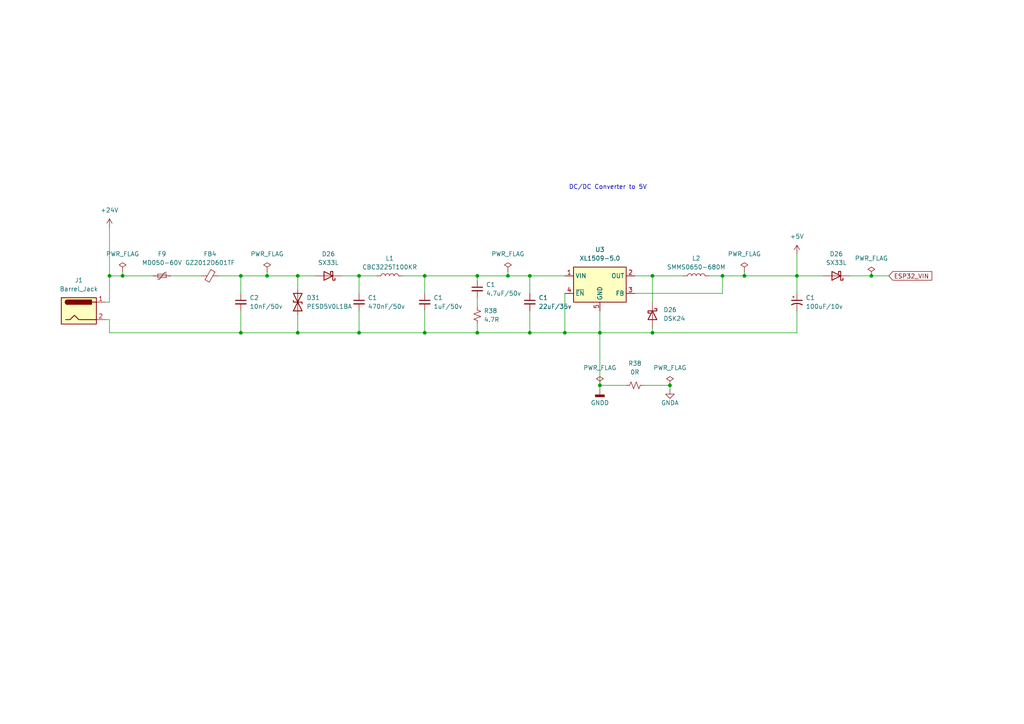
<source format=kicad_sch>
(kicad_sch (version 20230121) (generator eeschema)
  (paper "A4")
  (lib_symbols
    (symbol "Connector:Barrel_Jack" (pin_names (offset 1.016))
      (property "Reference" "J" (at 0 5.334 0))
      (property "Value" "Barrel_Jack" (at 0 -5.08 0))
      (symbol "Barrel_Jack_0_1"
        (rectangle (start -5.08 3.81) (end 5.08 -3.81) (stroke (width 0.254)) (fill (type background)))
        (arc (start -3.302 3.175) (mid -3.9343 2.54) (end -3.302 1.905) (stroke (width 0.254)))
        (arc (start -3.302 3.175) (mid -3.9343 2.54) (end -3.302 1.905) (stroke (width 0.254)) (fill (type outline)))
        (polyline (pts (xy 5.08 2.54) (xy 3.81 2.54)) (stroke (width 0.254)))
        (polyline (pts (xy -3.81 -2.54) (xy -2.54 -2.54) (xy -1.27 -1.27) (xy 0 -2.54) (xy 2.54 -2.54) (xy 5.08 -2.54)) (stroke (width 0.254)))
        (rectangle (start 3.683 3.175) (end -3.302 1.905) (stroke (width 0.254)) (fill (type outline)))
      )
      (symbol "Barrel_Jack_1_1"
        (pin passive line (at 7.62 2.54 180) (length 2.54) (name "~") (number "1"))
        (pin passive line (at 7.62 -2.54 180) (length 2.54) (name "~") (number "2"))
      )
    )
    (symbol "Device:C_Polarized_Small_US" (pin_numbers hide) (pin_names (offset 0.254) hide)
      (property "Reference" "C" (at 0.254 1.778 0))
      (property "Value" "C_Polarized_Small_US" (at 0.254 -2.032 0))
      (symbol "C_Polarized_Small_US_0_1"
        (polyline (pts (xy -1.524 0.508) (xy 1.524 0.508)) (stroke (width 0.3048)))
        (polyline (pts (xy -1.27 1.524) (xy -0.762 1.524)))
        (polyline (pts (xy -1.016 1.27) (xy -1.016 1.778)))
        (arc (start 1.524 -0.762) (mid 0 -0.3734) (end -1.524 -0.762) (stroke (width 0.3048)))
      )
      (symbol "C_Polarized_Small_US_1_1"
        (pin passive line (at 0 2.54 270) (length 2.032) (name "~") (number "1"))
        (pin passive line (at 0 -2.54 90) (length 2.032) (name "~") (number "2"))
      )
    )
    (symbol "Device:C_Small" (pin_numbers hide) (pin_names (offset 0.254) hide)
      (property "Reference" "C" (at 0.254 1.778 0))
      (property "Value" "C_Small" (at 0.254 -2.032 0))
      (symbol "C_Small_0_1"
        (polyline (pts (xy -1.524 -0.508) (xy 1.524 -0.508)) (stroke (width 0.3302)))
        (polyline (pts (xy -1.524 0.508) (xy 1.524 0.508)) (stroke (width 0.3048)))
      )
      (symbol "C_Small_1_1"
        (pin passive line (at 0 2.54 270) (length 2.032) (name "~") (number "1"))
        (pin passive line (at 0 -2.54 90) (length 2.032) (name "~") (number "2"))
      )
    )
    (symbol "Device:D_Schottky" (pin_numbers hide) (pin_names (offset 1.016) hide)
      (property "Reference" "D" (at 0 2.54 0))
      (property "Value" "D_Schottky" (at 0 -2.54 0))
      (symbol "D_Schottky_0_1"
        (polyline (pts (xy 1.27 0) (xy -1.27 0)))
        (polyline (pts (xy 1.27 1.27) (xy 1.27 -1.27) (xy -1.27 0) (xy 1.27 1.27)) (stroke (width 0.254)))
        (polyline (pts (xy -1.905 0.635) (xy -1.905 1.27) (xy -1.27 1.27) (xy -1.27 -1.27) (xy -0.635 -1.27) (xy -0.635 -0.635)) (stroke (width 0.254)))
      )
      (symbol "D_Schottky_1_1"
        (pin passive line (at -3.81 0 0) (length 2.54) (name "K") (number "1"))
        (pin passive line (at 3.81 0 180) (length 2.54) (name "A") (number "2"))
      )
    )
    (symbol "Device:D_TVS" (pin_numbers hide) (pin_names (offset 1.016) hide)
      (property "Reference" "D" (at 0 2.54 0))
      (property "Value" "D_TVS" (at 0 -2.54 0))
      (symbol "D_TVS_0_1"
        (polyline (pts (xy 1.27 0) (xy -1.27 0)))
        (polyline (pts (xy 0.508 1.27) (xy 0 1.27) (xy 0 -1.27) (xy -0.508 -1.27)) (stroke (width 0.254)))
        (polyline (pts (xy -2.54 1.27) (xy -2.54 -1.27) (xy 2.54 1.27) (xy 2.54 -1.27) (xy -2.54 1.27)) (stroke (width 0.254)))
      )
      (symbol "D_TVS_1_1"
        (pin passive line (at -3.81 0 0) (length 2.54) (name "A1") (number "1"))
        (pin passive line (at 3.81 0 180) (length 2.54) (name "A2") (number "2"))
      )
    )
    (symbol "Device:FerriteBead_Small" (pin_numbers hide) (pin_names (offset 0))
      (property "Reference" "FB" (at 1.905 1.27 0))
      (property "Value" "FerriteBead_Small" (at 1.905 -1.27 0))
      (symbol "FerriteBead_Small_0_1"
        (polyline (pts (xy 0 -1.27) (xy 0 -0.7874)))
        (polyline (pts (xy 0 0.889) (xy 0 1.2954)))
        (polyline (pts (xy -1.8288 0.2794) (xy -1.1176 1.4986) (xy 1.8288 -0.2032) (xy 1.1176 -1.4224) (xy -1.8288 0.2794)))
      )
      (symbol "FerriteBead_Small_1_1"
        (pin passive line (at 0 2.54 270) (length 1.27) (name "~") (number "1"))
        (pin passive line (at 0 -2.54 90) (length 1.27) (name "~") (number "2"))
      )
    )
    (symbol "Device:L" (pin_numbers hide) (pin_names (offset 1.016) hide)
      (property "Reference" "L" (at -1.27 0 90))
      (property "Value" "L" (at 1.905 0 90))
      (symbol "L_0_1"
        (arc (start 0 -2.54) (mid 0.6323 -1.905) (end 0 -1.27))
        (arc (start 0 -1.27) (mid 0.6323 -0.635) (end 0 0))
        (arc (start 0 0) (mid 0.6323 0.635) (end 0 1.27))
        (arc (start 0 1.27) (mid 0.6323 1.905) (end 0 2.54))
      )
      (symbol "L_1_1"
        (pin passive line (at 0 3.81 270) (length 1.27) (name "1") (number "1"))
        (pin passive line (at 0 -3.81 90) (length 1.27) (name "2") (number "2"))
      )
    )
    (symbol "Device:Polyfuse_Small" (pin_numbers hide) (pin_names (offset 0))
      (property "Reference" "F" (at -1.905 0 90))
      (property "Value" "Polyfuse_Small" (at 1.905 0 90))
      (symbol "Polyfuse_Small_0_1"
        (rectangle (start -0.508 1.27) (end 0.508 -1.27))
        (polyline (pts (xy 0 2.54) (xy 0 -2.54)))
        (polyline (pts (xy -1.016 1.27) (xy -1.016 0.762) (xy 1.016 -0.762) (xy 1.016 -1.27)))
      )
      (symbol "Polyfuse_Small_1_1"
        (pin passive line (at 0 2.54 270) (length 0.635) (name "~") (number "1"))
        (pin passive line (at 0 -2.54 90) (length 0.635) (name "~") (number "2"))
      )
    )
    (symbol "Device:R_Small_US" (pin_numbers hide) (pin_names (offset 0.254) hide)
      (property "Reference" "R" (at 0.762 0.508 0))
      (property "Value" "R_Small_US" (at 0.762 -1.016 0))
      (symbol "R_Small_US_1_1"
        (polyline (pts (xy 0 0) (xy 1.016 -0.381) (xy 0 -0.762) (xy -1.016 -1.143) (xy 0 -1.524)))
        (polyline (pts (xy 0 1.524) (xy 1.016 1.143) (xy 0 0.762) (xy -1.016 0.381) (xy 0 0)))
        (pin passive line (at 0 2.54 270) (length 1.016) (name "~") (number "1"))
        (pin passive line (at 0 -2.54 90) (length 1.016) (name "~") (number "2"))
      )
    )
    (symbol "Regulator_Switching:XL1509-5.0"
      (property "Reference" "U" (at -7.112 6.096 0))
      (property "Value" "XL1509-5.0" (at 5.842 6.096 0))
      (symbol "XL1509-5.0_0_1"
        (rectangle (start -7.62 5.08) (end 7.62 -5.08) (stroke (width 0.254)) (fill (type background)))
      )
      (symbol "XL1509-5.0_1_1"
        (pin power_in line (at -10.16 2.54 0) (length 2.54) (name "VIN") (number "1"))
        (pin power_out line (at 10.16 2.54 180) (length 2.54) (name "OUT") (number "2"))
        (pin input line (at 10.16 -2.54 180) (length 2.54) (name "FB") (number "3"))
        (pin input line (at -10.16 -2.54 0) (length 2.54) (name "~{EN}") (number "4"))
        (pin power_in line (at 0 -7.62 90) (length 2.54) (name "GND") (number "5"))
        (pin passive line (at 0 -7.62 90) (length 2.54) hide (name "GND") (number "6"))
        (pin passive line (at 0 -7.62 90) (length 2.54) hide (name "GND") (number "7"))
        (pin passive line (at 0 -7.62 90) (length 2.54) hide (name "GND") (number "8"))
      )
    )
    (symbol "power:+24V" (power) (pin_names (offset 0))
      (property "Value" "+24V" (at 0 3.556 0))
      (symbol "+24V_0_1"
        (polyline (pts (xy -0.762 1.27) (xy 0 2.54)))
        (polyline (pts (xy 0 0) (xy 0 2.54)))
        (polyline (pts (xy 0 2.54) (xy 0.762 1.27)))
      )
      (symbol "+24V_1_1"
        (pin power_in line (at 0 0 90) (length 0) hide (name "+24V") (number "1"))
      )
    )
    (symbol "power:+5V" (power) (pin_names (offset 0))
      (property "Value" "+5V" (at 0 3.556 0))
      (symbol "+5V_0_1"
        (polyline (pts (xy -0.762 1.27) (xy 0 2.54)))
        (polyline (pts (xy 0 0) (xy 0 2.54)))
        (polyline (pts (xy 0 2.54) (xy 0.762 1.27)))
      )
      (symbol "+5V_1_1"
        (pin power_in line (at 0 0 90) (length 0) hide (name "+5V") (number "1"))
      )
    )
    (symbol "power:GNDA" (power) (pin_names (offset 0))
      (property "Value" "GNDA" (at 0 -3.81 0))
      (symbol "GNDA_0_1"
        (polyline (pts (xy 0 0) (xy 0 -1.27) (xy 1.27 -1.27) (xy 0 -2.54) (xy -1.27 -1.27) (xy 0 -1.27)))
      )
      (symbol "GNDA_1_1"
        (pin power_in line (at 0 0 270) (length 0) hide (name "GNDA") (number "1"))
      )
    )
    (symbol "power:GNDD" (power) (pin_names (offset 0))
      (property "Value" "GNDD" (at 0 -3.175 0))
      (symbol "GNDD_0_1"
        (rectangle (start -1.27 -1.524) (end 1.27 -2.032) (stroke (width 0.254)) (fill (type outline)))
        (polyline (pts (xy 0 0) (xy 0 -1.524)))
      )
      (symbol "GNDD_1_1"
        (pin power_in line (at 0 0 270) (length 0) hide (name "GNDD") (number "1"))
      )
    )
    (symbol "power:PWR_FLAG" (power) (pin_numbers hide) (pin_names (offset 0) hide)
      (property "Value" "PWR_FLAG" (at 0 3.81 0))
      (symbol "PWR_FLAG_0_0"
        (pin power_out line (at 0 0 90) (length 0) (name "pwr") (number "1"))
      )
      (symbol "PWR_FLAG_0_1"
        (polyline (pts (xy 0 0) (xy 0 1.27) (xy -1.016 1.905) (xy 0 2.54) (xy 1.016 1.905) (xy 0 1.27)))
      )
    )
  )
  (junction (at 173.99 111.76))
  (junction (at 31.75 80.01))
  (junction (at 69.85 80.01))
  (junction (at 173.99 96.52))
  (junction (at 209.55 80.01))
  (junction (at 215.9 80.01))
  (junction (at 138.43 80.01))
  (junction (at 123.19 80.01))
  (junction (at 231.14 80.01))
  (junction (at 189.23 96.52))
  (junction (at 123.19 96.52))
  (junction (at 163.83 96.52))
  (junction (at 69.85 96.52))
  (junction (at 86.36 80.01))
  (junction (at 153.67 96.52))
  (junction (at 35.56 80.01))
  (junction (at 153.67 80.01))
  (junction (at 104.14 96.52))
  (junction (at 252.73 80.01))
  (junction (at 194.31 111.76))
  (junction (at 189.23 80.01))
  (junction (at 104.14 80.01))
  (junction (at 77.47 80.01))
  (junction (at 138.43 96.52))
  (junction (at 147.32 80.01))
  (junction (at 86.36 96.52))
  (wire (pts (xy 138.43 96.52) (xy 153.67 96.52)))
  (wire (pts (xy 138.43 93.98) (xy 138.43 96.52)))
  (wire (pts (xy 147.32 78.74) (xy 147.32 80.01)))
  (wire (pts (xy 31.75 87.63) (xy 30.48 87.63)))
  (wire (pts (xy 69.85 90.17) (xy 69.85 96.52)))
  (wire (pts (xy 138.43 80.01) (xy 147.32 80.01)))
  (wire (pts (xy 215.9 78.74) (xy 215.9 80.01)))
  (wire (pts (xy 86.36 80.01) (xy 91.44 80.01)))
  (wire (pts (xy 123.19 96.52) (xy 138.43 96.52)))
  (wire (pts (xy 138.43 80.01) (xy 138.43 81.28)))
  (wire (pts (xy 63.5 80.01) (xy 69.85 80.01)))
  (wire (pts (xy 31.75 96.52) (xy 31.75 92.71)))
  (wire (pts (xy 173.99 96.52) (xy 189.23 96.52)))
  (wire (pts (xy 35.56 80.01) (xy 44.45 80.01)))
  (wire (pts (xy 31.75 80.01) (xy 31.75 87.63)))
  (wire (pts (xy 116.84 80.01) (xy 123.19 80.01)))
  (wire (pts (xy 104.14 80.01) (xy 109.22 80.01)))
  (wire (pts (xy 153.67 96.52) (xy 163.83 96.52)))
  (wire (pts (xy 163.83 85.09) (xy 163.83 96.52)))
  (wire (pts (xy 123.19 80.01) (xy 123.19 85.09)))
  (wire (pts (xy 35.56 80.01) (xy 31.75 80.01)))
  (wire (pts (xy 147.32 80.01) (xy 153.67 80.01)))
  (wire (pts (xy 246.38 80.01) (xy 252.73 80.01)))
  (wire (pts (xy 69.85 80.01) (xy 77.47 80.01)))
  (wire (pts (xy 153.67 90.17) (xy 153.67 96.52)))
  (wire (pts (xy 123.19 80.01) (xy 138.43 80.01)))
  (wire (pts (xy 189.23 80.01) (xy 189.23 87.63)))
  (wire (pts (xy 163.83 96.52) (xy 173.99 96.52)))
  (wire (pts (xy 86.36 91.44) (xy 86.36 96.52)))
  (wire (pts (xy 252.73 80.01) (xy 257.81 80.01)))
  (wire (pts (xy 69.85 96.52) (xy 31.75 96.52)))
  (wire (pts (xy 31.75 92.71) (xy 30.48 92.71)))
  (wire (pts (xy 35.56 78.74) (xy 35.56 80.01)))
  (wire (pts (xy 231.14 73.66) (xy 231.14 80.01)))
  (wire (pts (xy 69.85 96.52) (xy 86.36 96.52)))
  (wire (pts (xy 173.99 111.76) (xy 173.99 113.03)))
  (wire (pts (xy 77.47 78.74) (xy 77.47 80.01)))
  (wire (pts (xy 138.43 86.36) (xy 138.43 88.9)))
  (wire (pts (xy 173.99 96.52) (xy 173.99 111.76)))
  (wire (pts (xy 184.15 80.01) (xy 189.23 80.01)))
  (wire (pts (xy 205.74 80.01) (xy 209.55 80.01)))
  (wire (pts (xy 189.23 96.52) (xy 231.14 96.52)))
  (wire (pts (xy 209.55 85.09) (xy 209.55 80.01)))
  (wire (pts (xy 49.53 80.01) (xy 58.42 80.01)))
  (wire (pts (xy 153.67 80.01) (xy 153.67 85.09)))
  (wire (pts (xy 69.85 80.01) (xy 69.85 85.09)))
  (wire (pts (xy 209.55 80.01) (xy 215.9 80.01)))
  (wire (pts (xy 189.23 95.25) (xy 189.23 96.52)))
  (wire (pts (xy 231.14 80.01) (xy 238.76 80.01)))
  (wire (pts (xy 186.69 111.76) (xy 194.31 111.76)))
  (wire (pts (xy 104.14 96.52) (xy 123.19 96.52)))
  (wire (pts (xy 123.19 90.17) (xy 123.19 96.52)))
  (wire (pts (xy 99.06 80.01) (xy 104.14 80.01)))
  (wire (pts (xy 86.36 96.52) (xy 104.14 96.52)))
  (wire (pts (xy 231.14 90.17) (xy 231.14 96.52)))
  (wire (pts (xy 194.31 113.03) (xy 194.31 111.76)))
  (wire (pts (xy 77.47 80.01) (xy 86.36 80.01)))
  (wire (pts (xy 31.75 80.01) (xy 31.75 66.04)))
  (wire (pts (xy 184.15 85.09) (xy 209.55 85.09)))
  (wire (pts (xy 153.67 80.01) (xy 163.83 80.01)))
  (wire (pts (xy 104.14 90.17) (xy 104.14 96.52)))
  (wire (pts (xy 173.99 111.76) (xy 181.61 111.76)))
  (wire (pts (xy 86.36 80.01) (xy 86.36 83.82)))
  (wire (pts (xy 231.14 80.01) (xy 231.14 85.09)))
  (wire (pts (xy 104.14 85.09) (xy 104.14 80.01)))
  (wire (pts (xy 173.99 90.17) (xy 173.99 96.52)))
  (wire (pts (xy 215.9 80.01) (xy 231.14 80.01)))
  (wire (pts (xy 189.23 80.01) (xy 198.12 80.01)))
  (text "DC/DC Converter to 5V" (at 164.973 55.118 0) (effects (font (size 1.27 1.27)) (justify left bottom)))
  (global_label "ESP32_VIN" (shape input) (at 257.81 80.01 0) (property "Intersheetrefs" "${INTERSHEET_REFS}" (effects hide)))
  (symbol (lib_id "Device:C_Small") (at 153.67 87.63 0) (unit 1)
    (property "Reference" "C1" (at 156.21 86.3663 0) (effects (justify left)))
    (property "Value" "22uF/35v" (at 156.21 88.9063 0) (effects (justify left)))
    (property "Footprint" "Capacitor_SMD:C_0805_2012Metric_Pad1.18x1.45mm_HandSolder" (effects hide))
    (property "Vendor" "08053C104KAT4A" (effects hide))
    (instances (project "rgb-input" (path "" (reference "C1") (unit 1)) (path "" (reference "C45") (unit 1))))
  )
  (symbol (lib_id "Device:D_Schottky") (at 189.23 91.44 270) (unit 1)
    (property "Reference" "D26" (at 192.405 89.8525 90) (effects (justify left)))
    (property "Value" "DSK24" (at 192.405 92.3925 90) (effects (justify left)))
    (property "Footprint" "Diode_SMD:D_SOD-123" (effects hide))
    (property "Vendor" " 610-CMHSH5-2L" (effects hide))
    (instances (project "rgb-input" (path "" (reference "D26") (unit 1)) (path "" (reference "D33") (unit 1))))
  )
  (symbol (lib_id "power:PWR_FLAG") (at 147.32 78.74 0) (unit 1)
    (property "Reference" "#FLG01" (effects hide))
    (property "Value" "PWR_FLAG" (at 147.32 73.66 0))
  )
  (symbol (lib_id "Device:D_Schottky") (at 242.57 80.01 180) (unit 1)
    (property "Reference" "D26" (at 242.57 73.66 0))
    (property "Value" "SX33L" (at 242.57 76.2 0))
    (property "Footprint" "Diode_SMD:D_SMA" (effects hide))
    (property "Vendor" " 610-CMHSH5-2L" (effects hide))
  )
  (symbol (lib_id "power:PWR_FLAG") (at 252.73 80.01 0) (unit 1)
    (property "Reference" "#FLG08" (effects hide))
    (property "Value" "PWR_FLAG" (at 252.73 74.93 0))
  )
  (symbol (lib_id "power:PWR_FLAG") (at 215.9 78.74 0) (unit 1)
    (property "Reference" "#FLG07" (effects hide))
    (property "Value" "PWR_FLAG" (at 215.9 73.66 0))
  )
  (symbol (lib_id "Device:L") (at 201.93 80.01 90) (unit 1)
    (property "Reference" "L2" (at 201.93 74.93 90))
    (property "Value" "SMMS0650-680M" (at 201.93 77.47 90))
    (property "Footprint" "Inductor_SMD:L_Chilisin_BMRA00040420" (effects hide))
  )
  (symbol (lib_id "power:PWR_FLAG") (at 35.56 78.74 0) (unit 1)
    (property "Reference" "#FLG06" (effects hide))
    (property "Value" "PWR_FLAG" (at 35.56 73.66 0))
  )
  (symbol (lib_id "Device:C_Small") (at 123.19 87.63 0) (unit 1)
    (property "Reference" "C1" (at 125.73 86.3663 0) (effects (justify left)))
    (property "Value" "1uF/50v" (at 125.73 88.9063 0) (effects (justify left)))
    (property "Footprint" "Capacitor_SMD:C_0805_2012Metric_Pad1.18x1.45mm_HandSolder" (effects hide))
    (property "Vendor" "08053C104KAT4A" (effects hide))
    (instances (project "rgb-input" (path "" (reference "C1") (unit 1)) (path "" (reference "C43") (unit 1))))
  )
  (symbol (lib_id "Device:L") (at 113.03 80.01 90) (unit 1)
    (property "Reference" "L1" (at 113.03 74.93 90))
    (property "Value" "CBC3225T100KR" (at 113.03 77.47 90))
    (property "Footprint" "Inductor_SMD:L_1210_3225Metric" (effects hide))
  )
  (symbol (lib_id "power:PWR_FLAG") (at 194.31 111.76 0) (unit 1)
    (property "Reference" "#FLG05" (effects hide))
    (property "Value" "PWR_FLAG" (at 194.31 106.68 0))
  )
  (symbol (lib_id "Device:C_Polarized_Small_US") (at 231.14 87.63 0) (unit 1)
    (property "Reference" "C1" (at 233.68 86.3663 0) (effects (justify left)))
    (property "Value" "100uF/10v" (at 233.68 88.9063 0) (effects (justify left)))
    (property "Footprint" "Capacitor_Tantalum_SMD:CP_EIA-3528-21_Kemet-B" (effects hide))
    (property "Vendor" "TAJC107K010RNJ" (effects hide))
    (instances (project "rgb-input" (path "" (reference "C1") (unit 1)) (path "" (reference "C47") (unit 1))))
  )
  (symbol (lib_id "Device:D_TVS") (at 86.36 87.63 90) (unit 1)
    (property "Reference" "D31" (at 88.9 86.36 90) (effects (justify right)))
    (property "Value" "PESD5V0L1BA" (at 88.9 88.9 90) (effects (justify right)))
    (property "Footprint" "Diode_SMD:D_SOD-323_HandSoldering" (effects hide))
    (instances (project "rgb-input" (path "" (reference "D31") (unit 1)) (path "" (reference "D32") (unit 1))))
  )
  (symbol (lib_id "Device:FerriteBead_Small") (at 60.96 80.01 90) (unit 1)
    (property "Reference" "FB4" (at 60.9219 73.66 90))
    (property "Value" "GZ2012D601TF" (at 60.9219 76.2 90))
    (property "Footprint" "Inductor_SMD:L_0805_2012Metric" (effects hide))
    (instances (project "rgb-input" (path "" (reference "FB4") (unit 1)) (path "" (reference "FB7") (unit 1))))
  )
  (symbol (lib_id "Connector:Barrel_Jack") (at 22.86 90.17 0) (unit 1)
    (property "Reference" "J1" (at 22.86 81.28 0))
    (property "Value" "Barrel_Jack" (at 22.86 83.82 0))
    (property "Footprint" "Connector_BarrelJack:BarrelJack_CUI_PJ-063AH_Horizontal" (effects hide))
  )
  (symbol (lib_id "Device:C_Small") (at 69.85 87.63 0) (unit 1)
    (property "Reference" "C2" (at 72.39 86.3663 0) (effects (justify left)))
    (property "Value" "10nF/50v" (at 72.39 88.9063 0) (effects (justify left)))
    (property "Footprint" "Capacitor_SMD:C_0805_2012Metric_Pad1.18x1.45mm_HandSolder" (effects hide))
    (property "Vendor" "08053C104KAT4A" (effects hide))
  )
  (symbol (lib_id "Device:C_Small") (at 138.43 83.82 0) (unit 1)
    (property "Reference" "C1" (at 140.97 82.5563 0) (effects (justify left)))
    (property "Value" "4.7uF/50v" (at 140.97 85.0963 0) (effects (justify left)))
    (property "Footprint" "Capacitor_SMD:C_0805_2012Metric_Pad1.18x1.45mm_HandSolder" (effects hide))
    (property "Vendor" "08053C104KAT4A" (effects hide))
    (instances (project "rgb-input" (path "" (reference "C1") (unit 1)) (path "" (reference "C44") (unit 1))))
  )
  (symbol (lib_id "Device:R_Small_US") (at 138.43 91.44 0) (unit 1)
    (property "Reference" "R38" (at 140.335 90.17 0) (effects (justify left)))
    (property "Value" "4.7R" (at 140.335 92.71 0) (effects (justify left)))
    (property "Footprint" "Resistor_SMD:R_0805_2012Metric_Pad1.20x1.40mm_HandSolder" (effects hide))
    (property "Vendor" " 652-CR0805JW-102ELF " (effects hide))
    (instances (project "rgb-input" (path "" (reference "R38") (unit 1)) (path "" (reference "R39") (unit 1))))
  )
  (symbol (lib_id "Device:Polyfuse_Small") (at 46.99 80.01 270) (unit 1)
    (property "Reference" "F9" (at 46.99 73.66 90))
    (property "Value" "MD050-60V" (at 46.99 76.2 90))
    (property "Footprint" "Fuse:Fuse_1812_4532Metric_Pad1.30x3.40mm_HandSolder" (effects hide))
  )
  (symbol (lib_id "Regulator_Switching:XL1509-5.0") (at 173.99 82.55 0) (unit 1)
    (property "Reference" "U3" (at 173.99 72.39 0))
    (property "Value" "XL1509-5.0" (at 173.99 74.93 0))
    (property "Footprint" "Package_SO:SOIC-8_3.9x4.9mm_P1.27mm" (effects hide))
    (property "Datasheet" "https://datasheet.lcsc.com/lcsc/1809050422_XLSEMI-XL1509-5-0E1_C61063.pdf" (effects hide))
  )
  (symbol (lib_id "power:GNDD") (at 173.99 113.03 0) (unit 1)
    (property "Reference" "#PWR09" (effects hide))
    (property "Value" "GNDD" (at 173.99 116.84 0))
    (instances (project "rgb-input" (path "" (reference "#PWR09") (unit 1)) (path "" (reference "#PWR055") (unit 1))))
  )
  (symbol (lib_id "Device:R_Small_US") (at 184.15 111.76 270) (unit 1)
    (property "Reference" "R38" (at 184.15 105.41 90))
    (property "Value" "0R" (at 184.15 107.95 90))
    (property "Footprint" "Resistor_SMD:R_0805_2012Metric_Pad1.20x1.40mm_HandSolder" (effects hide))
    (property "Vendor" " 652-CR0805JW-102ELF " (effects hide))
  )
  (symbol (lib_id "power:+5V") (at 231.14 73.66 0) (unit 1)
    (property "Reference" "#PWR059" (effects hide))
    (property "Value" "+5V" (at 231.14 68.58 0))
    (instances (project "rgb-input" (path "" (reference "#PWR059") (unit 1)) (path "" (reference "#PWR056") (unit 1))))
  )
  (symbol (lib_id "power:GNDA") (at 194.31 113.03 0) (unit 1)
    (property "Reference" "#PWR055" (effects hide))
    (property "Value" "GNDA" (at 194.31 116.84 0))
    (instances (project "rgb-input" (path "" (reference "#PWR055") (unit 1)) (path "" (reference "#PWR059") (unit 1))))
  )
  (symbol (lib_id "Device:D_Schottky") (at 95.25 80.01 180) (unit 1)
    (property "Reference" "D26" (at 95.25 73.66 0))
    (property "Value" "SX33L" (at 95.25 76.2 0))
    (property "Footprint" "Diode_SMD:D_SMA" (effects hide))
    (property "Vendor" " 610-CMHSH5-2L" (effects hide))
    (instances (project "rgb-input" (path "" (reference "D26") (unit 1)) (path "" (reference "D38") (unit 1))))
  )
  (symbol (lib_id "power:+24V") (at 31.75 66.04 0) (unit 1)
    (property "Reference" "#PWR011" (effects hide))
    (property "Value" "+24V" (at 31.75 60.96 0))
  )
  (symbol (lib_id "Device:C_Small") (at 104.14 87.63 0) (unit 1)
    (property "Reference" "C1" (at 106.68 86.3663 0) (effects (justify left)))
    (property "Value" "470nF/50v" (at 106.68 88.9063 0) (effects (justify left)))
    (property "Footprint" "Capacitor_SMD:C_0805_2012Metric_Pad1.18x1.45mm_HandSolder" (effects hide))
  )
  (symbol (lib_id "power:PWR_FLAG") (at 77.47 78.74 0) (unit 1)
    (property "Reference" "#FLG02" (effects hide))
    (property "Value" "PWR_FLAG" (at 77.47 73.66 0))
  )
  (symbol (lib_id "power:PWR_FLAG") (at 173.99 111.76 0) (unit 1)
    (property "Reference" "#FLG04" (effects hide))
    (property "Value" "PWR_FLAG" (at 173.99 106.68 0))
  )
)
</source>
